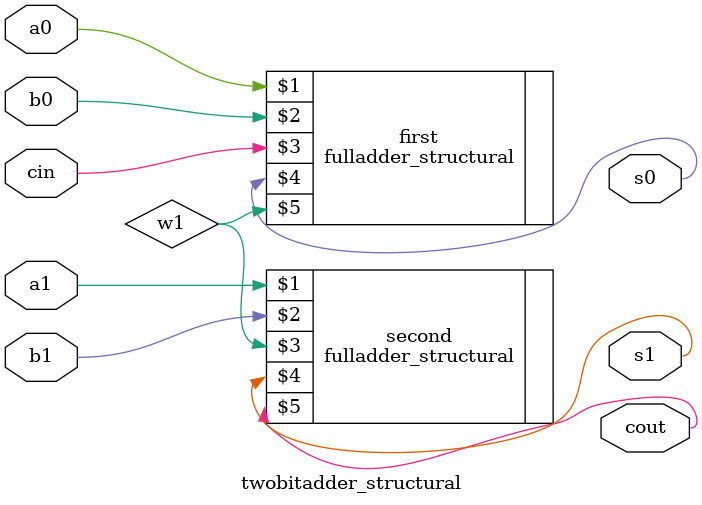
<source format=sv>
`timescale 1ns / 1ps


module twobitadder_structural(input logic a0,b0,a1,b1,cin, output logic s0,s1,cout);
    logic w1;
    fulladder_structural first(a0,b0,cin,s0,w1);
    fulladder_structural second(a1,b1,w1,s1,cout);
endmodule

</source>
